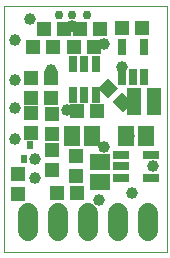
<source format=gts>
G75*
%MOIN*%
%OFA0B0*%
%FSLAX24Y24*%
%IPPOS*%
%LPD*%
%AMOC8*
5,1,8,0,0,1.08239X$1,22.5*
%
%ADD10C,0.0000*%
%ADD11C,0.0651*%
%ADD12C,0.0296*%
%ADD13R,0.0454X0.0493*%
%ADD14R,0.0493X0.0454*%
%ADD15R,0.0540X0.0304*%
%ADD16R,0.0651X0.0572*%
%ADD17R,0.0572X0.0651*%
%ADD18R,0.0217X0.0316*%
%ADD19R,0.0277X0.0532*%
%ADD20R,0.0304X0.0540*%
%ADD21C,0.0397*%
D10*
X000667Y001133D02*
X000667Y009328D01*
X006084Y009328D01*
X006084Y001133D01*
X000667Y001133D01*
D11*
X001467Y001838D02*
X001467Y002429D01*
X002467Y002429D02*
X002467Y001838D01*
X003467Y001838D02*
X003467Y002429D01*
X004467Y002429D02*
X004467Y001838D01*
X005467Y001838D02*
X005467Y002429D01*
D12*
X003417Y009033D03*
X002942Y009033D03*
X002492Y009033D03*
D13*
X002676Y008558D03*
X002007Y008558D03*
X003007Y007958D03*
X003676Y007958D03*
X004607Y008583D03*
X005276Y008583D03*
X002217Y006943D03*
X002217Y006274D03*
X004982Y005933D03*
X005651Y005933D03*
D14*
X005651Y006358D03*
X004982Y006358D03*
G36*
X004590Y006456D02*
X004937Y006109D01*
X004616Y005788D01*
X004269Y006135D01*
X004590Y006456D01*
G37*
G36*
X004117Y006929D02*
X004464Y006582D01*
X004143Y006261D01*
X003796Y006608D01*
X004117Y006929D01*
G37*
X003751Y005833D03*
X003082Y005833D03*
X002267Y005743D03*
X001567Y005768D03*
X001567Y006274D03*
X001567Y006943D03*
X001632Y007958D03*
X002301Y007958D03*
X003207Y008558D03*
X003876Y008558D03*
X001567Y005099D03*
X002267Y005074D03*
X002267Y004543D03*
X002267Y003874D03*
X002432Y003108D03*
X003101Y003108D03*
X003067Y003674D03*
X003067Y004343D03*
X001117Y003743D03*
X001117Y003074D03*
D15*
X004555Y003609D03*
X004555Y003983D03*
X004555Y004357D03*
X005578Y004357D03*
X005578Y003609D03*
D16*
X003867Y003474D03*
X003867Y004143D03*
D17*
X003601Y004983D03*
X002932Y004983D03*
X004732Y004983D03*
X005401Y004983D03*
D18*
X001714Y004232D03*
X001320Y004232D03*
X001517Y004685D03*
D19*
X004593Y006947D03*
X004967Y006947D03*
X005341Y006947D03*
X005341Y007970D03*
X004593Y007970D03*
D20*
X003716Y007395D03*
X003342Y007395D03*
X002968Y007395D03*
X002968Y006372D03*
X003342Y006372D03*
X003716Y006372D03*
D21*
X002767Y005858D03*
X002932Y004983D03*
X003992Y004633D03*
X004817Y004983D03*
X005617Y003983D03*
X004917Y003108D03*
X003842Y002858D03*
X001714Y004232D03*
X001692Y003608D03*
X001017Y004883D03*
X001017Y005933D03*
X001017Y006858D03*
X002217Y007183D03*
X001017Y008183D03*
X001542Y008908D03*
X002942Y008658D03*
X003992Y008058D03*
X004592Y007283D03*
X004867Y006133D03*
M02*

</source>
